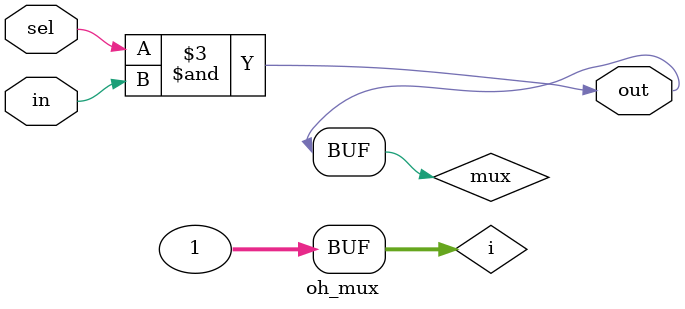
<source format=v>
module oh_mux #( parameter DW  = 1, 
		 parameter N   = 1  
		 )
   (
    input [N-1:0]    sel, 
    input [N*DW-1:0] in, 
    output [DW-1:0]  out  
    );
   reg [DW-1:0]     mux;
   integer 	    i;   
   always @*
     begin
	mux[DW-1:0] = 'b0;
	for(i=0;i<N;i=i+1)
	  mux[DW-1:0] = mux[DW-1:0] | {(DW){sel[i]}} & in[((i+1)*DW-1)-:DW];
     end
   assign out[DW-1:0] = mux;
endmodule
</source>
